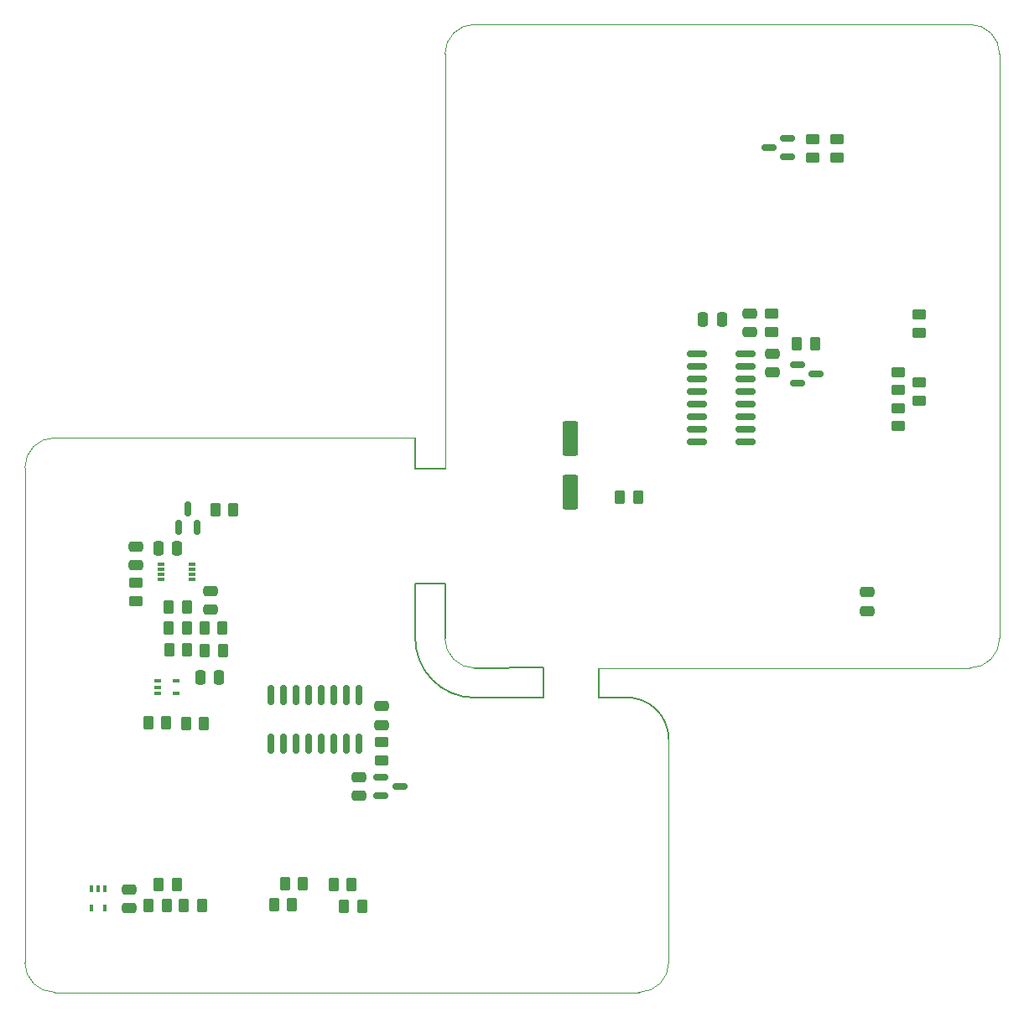
<source format=gbr>
%TF.GenerationSoftware,KiCad,Pcbnew,(6.0.5)*%
%TF.CreationDate,2022-06-24T13:45:12+03:00*%
%TF.ProjectId,VLC-both,564c432d-626f-4746-982e-6b696361645f,rev?*%
%TF.SameCoordinates,Original*%
%TF.FileFunction,Paste,Top*%
%TF.FilePolarity,Positive*%
%FSLAX46Y46*%
G04 Gerber Fmt 4.6, Leading zero omitted, Abs format (unit mm)*
G04 Created by KiCad (PCBNEW (6.0.5)) date 2022-06-24 13:45:12*
%MOMM*%
%LPD*%
G01*
G04 APERTURE LIST*
G04 Aperture macros list*
%AMRoundRect*
0 Rectangle with rounded corners*
0 $1 Rounding radius*
0 $2 $3 $4 $5 $6 $7 $8 $9 X,Y pos of 4 corners*
0 Add a 4 corners polygon primitive as box body*
4,1,4,$2,$3,$4,$5,$6,$7,$8,$9,$2,$3,0*
0 Add four circle primitives for the rounded corners*
1,1,$1+$1,$2,$3*
1,1,$1+$1,$4,$5*
1,1,$1+$1,$6,$7*
1,1,$1+$1,$8,$9*
0 Add four rect primitives between the rounded corners*
20,1,$1+$1,$2,$3,$4,$5,0*
20,1,$1+$1,$4,$5,$6,$7,0*
20,1,$1+$1,$6,$7,$8,$9,0*
20,1,$1+$1,$8,$9,$2,$3,0*%
G04 Aperture macros list end*
%TA.AperFunction,Profile*%
%ADD10C,0.150000*%
%TD*%
%TA.AperFunction,Profile*%
%ADD11C,0.100000*%
%TD*%
%ADD12RoundRect,0.250000X0.262500X0.450000X-0.262500X0.450000X-0.262500X-0.450000X0.262500X-0.450000X0*%
%ADD13RoundRect,0.250000X-0.475000X0.250000X-0.475000X-0.250000X0.475000X-0.250000X0.475000X0.250000X0*%
%ADD14RoundRect,0.250000X0.450000X-0.262500X0.450000X0.262500X-0.450000X0.262500X-0.450000X-0.262500X0*%
%ADD15RoundRect,0.250000X-0.450000X0.262500X-0.450000X-0.262500X0.450000X-0.262500X0.450000X0.262500X0*%
%ADD16RoundRect,0.150000X0.150000X-0.587500X0.150000X0.587500X-0.150000X0.587500X-0.150000X-0.587500X0*%
%ADD17RoundRect,0.250000X0.475000X-0.250000X0.475000X0.250000X-0.475000X0.250000X-0.475000X-0.250000X0*%
%ADD18RoundRect,0.250000X0.550000X-1.500000X0.550000X1.500000X-0.550000X1.500000X-0.550000X-1.500000X0*%
%ADD19RoundRect,0.250000X-0.262500X-0.450000X0.262500X-0.450000X0.262500X0.450000X-0.262500X0.450000X0*%
%ADD20RoundRect,0.250000X0.250000X0.475000X-0.250000X0.475000X-0.250000X-0.475000X0.250000X-0.475000X0*%
%ADD21RoundRect,0.150000X-0.825000X-0.150000X0.825000X-0.150000X0.825000X0.150000X-0.825000X0.150000X0*%
%ADD22RoundRect,0.150000X0.587500X0.150000X-0.587500X0.150000X-0.587500X-0.150000X0.587500X-0.150000X0*%
%ADD23R,0.400000X0.800000*%
%ADD24RoundRect,0.150000X-0.587500X-0.150000X0.587500X-0.150000X0.587500X0.150000X-0.587500X0.150000X0*%
%ADD25RoundRect,0.250000X-0.250000X-0.475000X0.250000X-0.475000X0.250000X0.475000X-0.250000X0.475000X0*%
%ADD26RoundRect,0.150000X-0.150000X0.825000X-0.150000X-0.825000X0.150000X-0.825000X0.150000X0.825000X0*%
%ADD27R,0.800000X0.400000*%
%ADD28R,0.800000X0.300000*%
G04 APERTURE END LIST*
D10*
X100521200Y-127000000D02*
G75*
G03*
X96045735Y-122781937I-4225465J0D01*
G01*
X80882375Y-122795908D02*
X87884000Y-122754874D01*
X87884000Y-119761000D02*
X80923874Y-119801474D01*
X77950937Y-111252000D02*
X77923874Y-116801474D01*
X74930001Y-116713000D02*
X74957063Y-111252000D01*
X74930001Y-116713000D02*
G75*
G03*
X80882375Y-122795908I5993899J-88500D01*
G01*
X74957063Y-111252000D02*
X77950937Y-111252000D01*
X93472000Y-122781937D02*
X96045735Y-122781937D01*
X93472000Y-122781937D02*
X93472000Y-119788063D01*
X87884000Y-122754874D02*
X87884000Y-119761000D01*
D11*
X77923874Y-99695000D02*
X77923874Y-57801474D01*
D10*
X74930000Y-99695000D02*
X77923874Y-99695000D01*
X74930000Y-96551167D02*
X74930000Y-99695000D01*
D11*
X100521200Y-149547200D02*
X100521200Y-127000000D01*
X80923874Y-54801474D02*
G75*
G03*
X77923874Y-57801474I26J-3000026D01*
G01*
X130923874Y-119801474D02*
G75*
G03*
X133923874Y-116801474I26J2999974D01*
G01*
X130923874Y-54801474D02*
X80923874Y-54801474D01*
X133923874Y-116801474D02*
X133923874Y-57801474D01*
X130923874Y-119801474D02*
X93472000Y-119788063D01*
X133923826Y-57801474D02*
G75*
G03*
X130923874Y-54801474I-2999926J74D01*
G01*
X77923926Y-116801474D02*
G75*
G03*
X80923874Y-119801474I2999974J-26D01*
G01*
X38521200Y-152547200D02*
X97521200Y-152547200D01*
X74930000Y-96551167D02*
X38516789Y-96551167D01*
X35521200Y-149547200D02*
G75*
G03*
X38521200Y-152547200I2999900J-100D01*
G01*
X97521200Y-152547200D02*
G75*
G03*
X100521200Y-149547200I0J3000000D01*
G01*
X35521200Y-149547200D02*
X35521200Y-99547200D01*
X38516789Y-96551168D02*
G75*
G03*
X35521200Y-99547200I9J-2995598D01*
G01*
D12*
X55488800Y-118010700D03*
X53663800Y-118010700D03*
D13*
X69244044Y-130810000D03*
X69244044Y-132710000D03*
D14*
X125780800Y-92805900D03*
X125780800Y-90980900D03*
D12*
X97409000Y-102539800D03*
X95584000Y-102539800D03*
D13*
X54269600Y-112006100D03*
X54269600Y-113906100D03*
D15*
X125780800Y-84126700D03*
X125780800Y-85951700D03*
D16*
X51033600Y-105638600D03*
X52933600Y-105638600D03*
X51983600Y-103763600D03*
D17*
X71501000Y-125562400D03*
X71501000Y-123662400D03*
D12*
X68525556Y-141653411D03*
X66700556Y-141653411D03*
X48035200Y-143814800D03*
X49860200Y-143814800D03*
D18*
X90551000Y-102039400D03*
X90551000Y-96639400D03*
D14*
X123698000Y-91741000D03*
X123698000Y-89916000D03*
D19*
X62478456Y-143736211D03*
X60653456Y-143736211D03*
D20*
X55114356Y-120776911D03*
X53214356Y-120776911D03*
D19*
X47974200Y-125325900D03*
X49799200Y-125325900D03*
D14*
X71501000Y-129133600D03*
X71501000Y-127308600D03*
D19*
X51563900Y-143814800D03*
X53388900Y-143814800D03*
D15*
X115062000Y-66397500D03*
X115062000Y-68222500D03*
D17*
X46700400Y-109450900D03*
X46700400Y-107550900D03*
D21*
X103366800Y-88036400D03*
X103366800Y-89306400D03*
X103366800Y-90576400D03*
X103366800Y-91846400D03*
X103366800Y-93116400D03*
X103366800Y-94386400D03*
X103366800Y-95656400D03*
X103366800Y-96926400D03*
X108316800Y-96926400D03*
X108316800Y-95656400D03*
X108316800Y-94386400D03*
X108316800Y-93116400D03*
X108316800Y-91846400D03*
X108316800Y-90576400D03*
X108316800Y-89306400D03*
X108316800Y-88036400D03*
D15*
X46700400Y-111193300D03*
X46700400Y-113018300D03*
D20*
X105892600Y-84607400D03*
X103992600Y-84607400D03*
D14*
X117475000Y-68246000D03*
X117475000Y-66421000D03*
D19*
X50057000Y-115775500D03*
X51882000Y-115775500D03*
D12*
X50874300Y-141655800D03*
X49049300Y-141655800D03*
D19*
X51782300Y-125376700D03*
X53607300Y-125376700D03*
X113438300Y-87045800D03*
X115263300Y-87045800D03*
D12*
X51930900Y-117959900D03*
X50105900Y-117959900D03*
D15*
X123698000Y-93552000D03*
X123698000Y-95377000D03*
D14*
X110871000Y-85875500D03*
X110871000Y-84050500D03*
D19*
X54728700Y-103786700D03*
X56553700Y-103786700D03*
D22*
X112522000Y-68199000D03*
X112522000Y-66299000D03*
X110647000Y-67249000D03*
D23*
X43550600Y-142102800D03*
X42900600Y-142102800D03*
X42250600Y-142102800D03*
X42250600Y-144002800D03*
X43550600Y-144002800D03*
D17*
X110998000Y-89977000D03*
X110998000Y-88077000D03*
D19*
X61769156Y-141602611D03*
X63594156Y-141602611D03*
D12*
X69588556Y-143837811D03*
X67763556Y-143837811D03*
D24*
X113540300Y-89143800D03*
X113540300Y-91043800D03*
X115415300Y-90093800D03*
D19*
X53661900Y-115775500D03*
X55486900Y-115775500D03*
D13*
X46075600Y-142153600D03*
X46075600Y-144053600D03*
D12*
X51880100Y-113641900D03*
X50055100Y-113641900D03*
D25*
X48976200Y-107698300D03*
X50876200Y-107698300D03*
D26*
X69240400Y-122493000D03*
X67970400Y-122493000D03*
X66700400Y-122493000D03*
X65430400Y-122493000D03*
X64160400Y-122493000D03*
X62890400Y-122493000D03*
X61620400Y-122493000D03*
X60350400Y-122493000D03*
X60350400Y-127443000D03*
X61620400Y-127443000D03*
X62890400Y-127443000D03*
X64160400Y-127443000D03*
X65430400Y-127443000D03*
X66700400Y-127443000D03*
X67970400Y-127443000D03*
X69240400Y-127443000D03*
D27*
X48894456Y-121092111D03*
X48894456Y-121742111D03*
X48894456Y-122392111D03*
X50794456Y-122392111D03*
X50794456Y-121092111D03*
D28*
X52390600Y-110861300D03*
X52390600Y-110361300D03*
X52390600Y-109861300D03*
X52390600Y-109361300D03*
X49290600Y-109361300D03*
X49290600Y-109861300D03*
X49290600Y-110361300D03*
X49290600Y-110861300D03*
D17*
X120523000Y-114056200D03*
X120523000Y-112156200D03*
X108661200Y-85897800D03*
X108661200Y-83997800D03*
D24*
X71477900Y-130810000D03*
X71477900Y-132710000D03*
X73352900Y-131760000D03*
M02*

</source>
